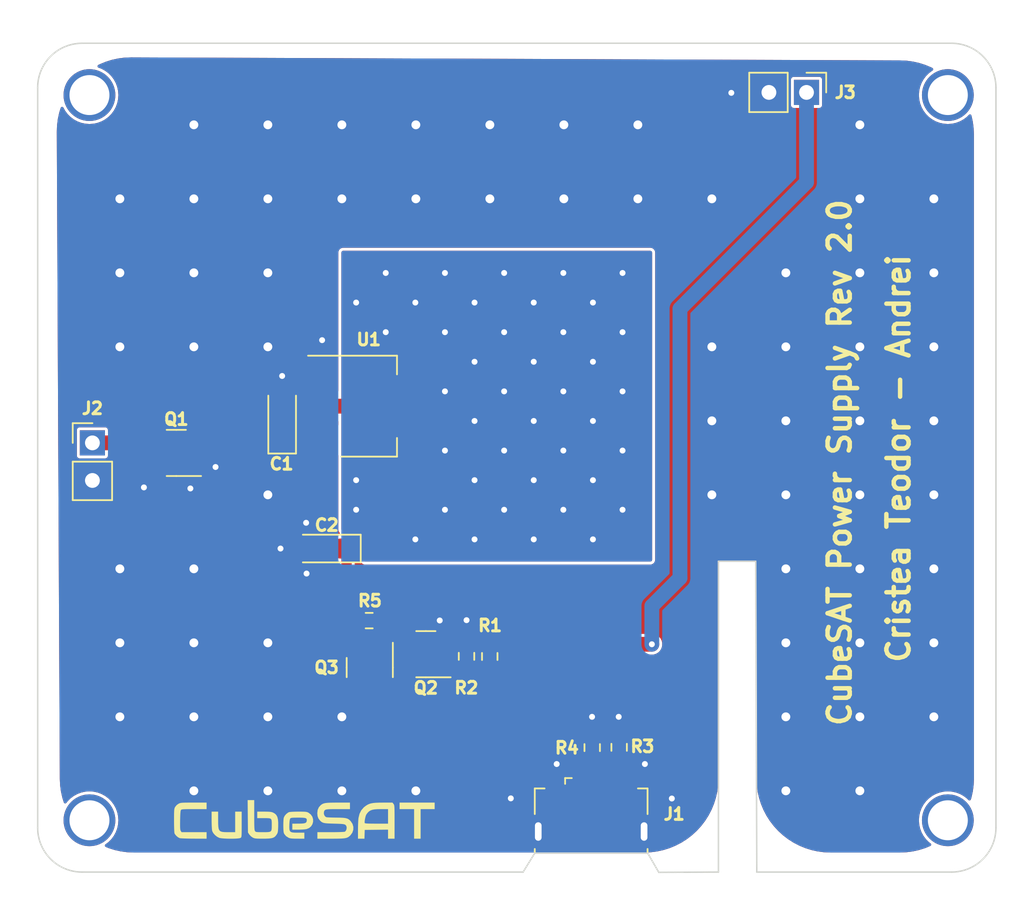
<source format=kicad_pcb>
(kicad_pcb (version 20221018) (generator pcbnew)
  (layers (0 "F.Cu" signal) (31 "B.Cu" signal) (34 "B.Paste" user) (35 "F.Paste" user) (36 "B.SilkS" user "B.Silkscreen") (37 "F.SilkS" user "F.Silkscreen") (38 "B.Mask" user) (39 "F.Mask" user) (44 "Edge.Cuts" user))
  (net 0 "")
  (net 1 "GND")
  (net 2 "Net-(J2-Pin_1)")
  (net 3 "Net-(Q1-S)")
  (net 4 "/COMMAND")
  (net 5 "Net-(Q3-S)")
  (net 6 "Net-(Q2-G)")
  (net 7 "Net-(Q2-D)")
  (net 8 "Net-(J1-VBUS)")
  (net 9 "Net-(J1-D-)")
  (net 10 "Net-(J1-D+)")
  (footprint "Package_TO_SOT_SMD:SOT-23" (layer "F.Cu") (at 127.8475 93 180)
    (fp_text reference "Q1" (at -0.0025 2.28) (layer "F.SilkS") (effects (font (size 0.8 0.8) (thickness 0.2) bold)))
    (fp_text value "AO3401A")
    (fp_line (start 0 -1.56) (end -1.675 -1.56) (stroke (width 0.12)) (layer "F.SilkS"))
    (fp_line (start 0 -1.56) (end 0.65 -1.56) (stroke (width 0.12)) (layer "F.SilkS"))
    (fp_line (start 0 1.56) (end -0.65 1.56) (stroke (width 0.12)) (layer "F.SilkS"))
    (fp_line (start 0 1.56) (end 0.65 1.56) (stroke (width 0.12)) (layer "F.SilkS"))
    (pad "1" smd roundrect (at -0.9375 -0.95 180) (size 1.475 0.6) (layers "F.Cu" "F.Paste" "F.Mask") (net 1 "GND"))
    (pad "2" smd roundrect (at -0.9375 0.95 180) (size 1.475 0.6) (layers "F.Cu" "F.Paste" "F.Mask") (net 3 "Net-(Q1-S)"))
    (pad "3" smd roundrect (at 0.9375 0 180) (size 1.475 0.6) (layers "F.Cu" "F.Paste" "F.Mask") (net 2 "Net-(J2-Pin_1)"))
  )
  (footprint "Resistor_SMD:R_0603_1608Metric" (layer "F.Cu") (at 155.95 112.91 -90)
    (fp_text reference "R4" (at 0.02 1.71) (layer "F.SilkS") (effects (font (size 0.8 0.8) (thickness 0.2) bold)))
    (fp_text value "100k")
    (fp_line (start -0.237258 -0.5225) (end 0.237258 -0.5225) (stroke (width 0.12)) (layer "F.SilkS"))
    (fp_line (start -0.237258 0.5225) (end 0.237258 0.5225) (stroke (width 0.12)) (layer "F.SilkS"))
    (pad "1" smd roundrect (at -0.825 0 270) (size 0.8 0.95) (layers "F.Cu" "F.Paste" "F.Mask") (net 1 "GND"))
    (pad "2" smd roundrect (at 0.825 0 270) (size 0.8 0.95) (layers "F.Cu" "F.Paste" "F.Mask") (net 9 "Net-(J1-D-)"))
  )
  (footprint "Connector_PinHeader_2.54mm:PinHeader_1x02_P2.54mm_Vertical" (layer "F.Cu") (at 122.18 92.32)
    (fp_text reference "J2" (at 0 -2.33) (layer "F.SilkS") (effects (font (size 0.8 0.8) (thickness 0.2) bold)))
    (fp_text value "Conn_01x02_Pin")
    (fp_line (start -1.33 -1.33) (end 0 -1.33) (stroke (width 0.12)) (layer "F.SilkS"))
    (fp_line (start -1.33 0) (end -1.33 -1.33) (stroke (width 0.12)) (layer "F.SilkS"))
    (fp_line (start -1.33 1.27) (end -1.33 3.87) (stroke (width 0.12)) (layer "F.SilkS"))
    (fp_line (start -1.33 1.27) (end 1.33 1.27) (stroke (width 0.12)) (layer "F.SilkS"))
    (fp_line (start -1.33 3.87) (end 1.33 3.87) (stroke (width 0.12)) (layer "F.SilkS"))
    (fp_line (start 1.33 1.27) (end 1.33 3.87) (stroke (width 0.12)) (layer "F.SilkS"))
    (pad "1" thru_hole rect (at 0 0) (size 1.7 1.7) (drill 1) (layers "*.Cu" "*.Mask") (net 2 "Net-(J2-Pin_1)"))
    (pad "2" thru_hole oval (at 0 2.54) (size 1.7 1.7) (drill 1) (layers "*.Cu" "*.Mask") (net 1 "GND"))
  )
  (footprint "MountingHole:MountingHole_2.7mm" (layer "F.Cu") (at 121.98 68.82)
    (fp_text reference "H1" hide)
    (fp_text value "MountingHole")
    (pad "" np_thru_hole circle (at 0 0) (size 3.5 3.5) (drill 2.7) (layers "F&B.Cu" "*.Mask"))
  )
  (footprint "Connector_PinHeader_2.54mm:PinHeader_1x02_P2.54mm_Vertical" (layer "F.Cu") (at 170.43 68.64 -90)
    (fp_text reference "J3" (at 0 -2.62 -180) (layer "F.SilkS") (effects (font (size 0.8 0.8) (thickness 0.2) bold)))
    (fp_text value "Conn_01x02_Pin")
    (fp_line (start -1.33 -1.33) (end 0 -1.33) (stroke (width 0.12)) (layer "F.SilkS"))
    (fp_line (start -1.33 0) (end -1.33 -1.33) (stroke (width 0.12)) (layer "F.SilkS"))
    (fp_line (start -1.33 1.27) (end -1.33 3.87) (stroke (width 0.12)) (layer "F.SilkS"))
    (fp_line (start -1.33 1.27) (end 1.33 1.27) (stroke (width 0.12)) (layer "F.SilkS"))
    (fp_line (start -1.33 3.87) (end 1.33 3.87) (stroke (width 0.12)) (layer "F.SilkS"))
    (fp_line (start 1.33 1.27) (end 1.33 3.87) (stroke (width 0.12)) (layer "F.SilkS"))
    (pad "1" thru_hole rect (at 0 0 270) (size 1.7 1.7) (drill 1) (layers "*.Cu" "*.Mask") (net 4 "/COMMAND"))
    (pad "2" thru_hole oval (at 0 2.54 270) (size 1.7 1.7) (drill 1) (layers "*.Cu" "*.Mask") (net 1 "GND"))
  )
  (footprint "Resistor_SMD:R_0603_1608Metric" (layer "F.Cu") (at 157.77 112.89 -90)
    (fp_text reference "R3" (at -0.06 -1.57 -180) (layer "F.SilkS") (effects (font (size 0.8 0.8) (thickness 0.2) bold)))
    (fp_text value "100k")
    (fp_line (start -0.237258 -0.5225) (end 0.237258 -0.5225) (stroke (width 0.12)) (layer "F.SilkS"))
    (fp_line (start -0.237258 0.5225) (end 0.237258 0.5225) (stroke (width 0.12)) (layer "F.SilkS"))
    (pad "1" smd roundrect (at -0.825 0 270) (size 0.8 0.95) (layers "F.Cu" "F.Paste" "F.Mask") (net 1 "GND"))
    (pad "2" smd roundrect (at 0.825 0 270) (size 0.8 0.95) (layers "F.Cu" "F.Paste" "F.Mask") (net 10 "Net-(J1-D+)"))
  )
  (footprint "Package_TO_SOT_SMD:SOT-223-3_TabPin2" (layer "F.Cu") (at 140.85 89.84)
    (fp_text reference "U1" (at 0 -4.5) (layer "F.SilkS") (effects (font (size 0.8 0.8) (thickness 0.2) bold)))
    (fp_text value "LM1117MP-5.0")
    (fp_line (start -4.1 -3.41) (end 1.91 -3.41) (stroke (width 0.12)) (layer "F.SilkS"))
    (fp_line (start -1.85 3.41) (end 1.91 3.41) (stroke (width 0.12)) (layer "F.SilkS"))
    (fp_line (start 1.91 -3.41) (end 1.91 -2.15) (stroke (width 0.12)) (layer "F.SilkS"))
    (fp_line (start 1.91 3.41) (end 1.91 2.15) (stroke (width 0.12)) (layer "F.SilkS"))
    (pad "1" smd rect (at -3.15 -2.3) (size 2 1.5) (layers "F.Cu" "F.Paste" "F.Mask") (net 1 "GND"))
    (pad "2" smd rect (at -3.15 0) (size 2 1.5) (layers "F.Cu" "F.Paste" "F.Mask") (net 5 "Net-(Q3-S)"))
    (pad "2" smd rect (at 3.15 0) (size 2 3.8) (layers "F.Cu" "F.Paste" "F.Mask") (net 5 "Net-(Q3-S)"))
    (pad "3" smd rect (at -3.15 2.3) (size 2 1.5) (layers "F.Cu" "F.Paste" "F.Mask") (net 3 "Net-(Q1-S)"))
  )
  (footprint "MountingHole:MountingHole_2.7mm" (layer "F.Cu") (at 121.98 117.82)
    (fp_text reference "H4" hide)
    (fp_text value "MountingHole")
    (pad "" np_thru_hole circle (at 0 0) (size 3.5 3.5) (drill 2.7) (layers "F&B.Cu" "*.Mask"))
  )
  (footprint "Resistor_SMD:R_0603_1608Metric" (layer "F.Cu") (at 149.0275 106.7525 90)
    (fp_text reference "R1" (at 2.09 0.02 180) (layer "F.SilkS") (effects (font (size 0.8 0.8) (thickness 0.2) bold)))
    (fp_text value "1k")
    (fp_line (start -0.237258 -0.5225) (end 0.237258 -0.5225) (stroke (width 0.12)) (layer "F.SilkS"))
    (fp_line (start -0.237258 0.5225) (end 0.237258 0.5225) (stroke (width 0.12)) (layer "F.SilkS"))
    (pad "1" smd roundrect (at -0.825 0 90) (size 0.8 0.95) (layers "F.Cu" "F.Paste" "F.Mask") (net 6 "Net-(Q2-G)"))
    (pad "2" smd roundrect (at 0.825 0 90) (size 0.8 0.95) (layers "F.Cu" "F.Paste" "F.Mask") (net 4 "/COMMAND"))
  )
  (footprint "MountingHole:MountingHole_2.7mm" (layer "F.Cu") (at 179.98 117.82)
    (fp_text reference "H3" hide)
    (fp_text value "MountingHole")
    (pad "" np_thru_hole circle (at 0 0) (size 3.5 3.5) (drill 2.7) (layers "F&B.Cu" "*.Mask"))
  )
  (footprint "Capacitor_Tantalum_SMD:CP_EIA-3216-18_Kemet-A" (layer "F.Cu") (at 138 99.46 180)
    (fp_text reference "C2" (at -0.01 1.58 180) (layer "F.SilkS") (effects (font (size 0.8 0.8) (thickness 0.2) bold)))
    (fp_text value "10uF")
    (fp_line (start -2.31 -0.935) (end -2.31 0.935) (stroke (width 0.12)) (layer "F.SilkS"))
    (fp_line (start -2.31 0.935) (end 1.6 0.935) (stroke (width 0.12)) (layer "F.SilkS"))
    (fp_line (start 1.6 -0.935) (end -2.31 -0.935) (stroke (width 0.12)) (layer "F.SilkS"))
    (pad "1" smd roundrect (at -1.35 0 180) (size 1.4 1.35) (layers "F.Cu" "F.Paste" "F.Mask") (roundrect_rratio 0.1851851852) (net 5 "Net-(Q3-S)"))
    (pad "2" smd roundrect (at 1.35 0 180) (size 1.4 1.35) (layers "F.Cu" "F.Paste" "F.Mask") (roundrect_rratio 0.1851851852) (net 1 "GND"))
  )
  (footprint "Connector_USB:USB_Micro-B_GCT_USB3076-30-A" (layer "F.Cu") (at 155.88 117.38)
    (fp_text reference "J1" (at 5.61 0.02) (layer "F.SilkS") (effects (font (size 0.8 0.8) (thickness 0.2) bold)))
    (fp_text value "USB_B_Micro")
    (fp_line (start -3.81 -1.71) (end -3.15 -1.71) (stroke (width 0.12)) (layer "F.SilkS"))
    (fp_line (start -3.81 0.02) (end -3.81 -1.71) (stroke (width 0.12)) (layer "F.SilkS"))
    (fp_line (start -3.81 2.59) (end -3.81 2.38) (stroke (width 0.12)) (layer "F.SilkS"))
    (fp_line (start -1.76 -2.41) (end -1.76 -2.02) (stroke (width 0.12)) (layer "F.SilkS"))
    (fp_line (start -1.76 -2.41) (end -1.31 -2.41) (stroke (width 0.12)) (layer "F.SilkS"))
    (fp_line (start 3.81 -1.71) (end 3.16 -1.71) (stroke (width 0.12)) (layer "F.SilkS"))
    (fp_line (start 3.81 0.02) (end 3.81 -1.71) (stroke (width 0.12)) (layer "F.SilkS"))
    (fp_line (start 3.81 2.59) (end 3.81 2.38) (stroke (width 0.12)) (layer "F.SilkS"))
    (pad "1" smd rect (at -1.3 -1.45) (size 0.4 1.4) (layers "F.Cu" "F.Paste" "F.Mask") (net 8 "Net-(J1-VBUS)"))
    (pad "2" smd rect (at -0.65 -1.45) (size 0.4 1.4) (layers "F.Cu" "F.Paste" "F.Mask") (net 9 "Net-(J1-D-)"))
    (pad "3" smd rect (at 0 -1.45) (size 0.4 1.4) (layers "F.Cu" "F.Paste" "F.Mask") (net 10 "Net-(J1-D+)"))
    (pad "4" smd rect (at 0.65 -1.45) (size 0.4 1.4) (layers "F.Cu" "F.Paste" "F.Mask"))
    (pad "5" smd rect (at 1.3 -1.45) (size 0.4 1.4) (layers "F.Cu" "F.Paste" "F.Mask") (net 1 "GND"))
    (pad "6" thru_hole oval (at -3.575 1.2 180) (size 1.05 1.9) (drill oval 0.45 1.25) (layers "*.Cu" "*.Mask") (net 1 "GND"))
    (pad "6" smd rect (at -2.32 -1.03) (size 1.15 1.45) (layers "F.Cu" "F.Paste" "F.Mask") (net 1 "GND"))
    (pad "6" smd rect (at -1.125 1.2) (size 1.75 1.9) (layers "F.Cu" "F.Paste" "F.Mask") (net 1 "GND"))
    (pad "6" smd rect (at 1.125 1.2) (size 1.75 1.9) (layers "F.Cu" "F.Paste" "F.Mask") (net 1 "GND"))
    (pad "6" smd rect (at 2.32 -1.03) (size 1.15 1.45) (layers "F.Cu" "F.Paste" "F.Mask") (net 1 "GND"))
    (pad "6" thru_hole oval (at 3.575 1.2) (size 1.05 1.9) (drill oval 0.45 1.25) (layers "*.Cu" "*.Mask") (net 1 "GND"))
  )
  (footprint "Package_TO_SOT_SMD:SOT-23" (layer "F.Cu") (at 140.92 107.5 -90)
    (fp_text reference "Q3" (at 0 2.92 180) (layer "F.SilkS") (effects (font (size 0.8 0.8) (thickness 0.2) bold)))
    (fp_text value "IRLML6402")
    (fp_line (start 0 -1.56) (end -1.675 -1.56) (stroke (width 0.12)) (layer "F.SilkS"))
    (fp_line (start 0 -1.56) (end 0.65 -1.56) (stroke (width 0.12)) (layer "F.SilkS"))
    (fp_line (start 0 1.56) (end -0.65 1.56) (stroke (width 0.12)) (layer "F.SilkS"))
    (fp_line (start 0 1.56) (end 0.65 1.56) (stroke (width 0.12)) (layer "F.SilkS"))
    (pad "1" smd roundrect (at -0.9375 -0.95 270) (size 1.475 0.6) (layers "F.Cu" "F.Paste" "F.Mask") (net 7 "Net-(Q2-D)"))
    (pad "2" smd roundrect (at -0.9375 0.95 270) (size 1.475 0.6) (layers "F.Cu" "F.Paste" "F.Mask") (net 5 "Net-(Q3-S)"))
    (pad "3" smd roundrect (at 0.9375 0 270) (size 1.475 0.6) (layers "F.Cu" "F.Paste" "F.Mask") (net 8 "Net-(J1-VBUS)"))
  )
  (footprint "Capacitor_Tantalum_SMD:CP_EIA-3216-18_Kemet-A" (layer "F.Cu") (at 135 90.73 90)
    (fp_text reference "C1" (at -3.01 -0.04) (layer "F.SilkS") (effects (font (size 0.8 0.8) (thickness 0.2) bold)))
    (fp_text value "10uF")
    (fp_line (start -2.31 -0.935) (end -2.31 0.935) (stroke (width 0.12)) (layer "F.SilkS"))
    (fp_line (start -2.31 0.935) (end 1.6 0.935) (stroke (width 0.12)) (layer "F.SilkS"))
    (fp_line (start 1.6 -0.935) (end -2.31 -0.935) (stroke (width 0.12)) (layer "F.SilkS"))
    (pad "1" smd roundrect (at -1.35 0 90) (size 1.4 1.35) (layers "F.Cu" "F.Paste" "F.Mask") (roundrect_rratio 0.1851851852) (net 3 "Net-(Q1-S)"))
    (pad "2" smd roundrect (at 1.35 0 90) (size 1.4 1.35) (layers "F.Cu" "F.Paste" "F.Mask") (roundrect_rratio 0.1851851852) (net 1 "GND"))
  )
  (footprint "MountingHole:MountingHole_2.7mm" (layer "F.Cu") (at 179.98 68.82)
    (fp_text reference "H2" hide)
    (fp_text value "MountingHole")
    (pad "" np_thru_hole circle (at 0 0) (size 3.5 3.5) (drill 2.7) (layers "F&B.Cu" "*.Mask"))
  )
  (footprint "Resistor_SMD:R_0603_1608Metric" (layer "F.Cu") (at 147.4575 106.7425 90)
    (fp_text reference "R2" (at -2.13 -0.01 180) (layer "F.SilkS") (effects (font (size 0.8 0.8) (thickness 0.2) bold)))
    (fp_text value "100k")
    (fp_line (start -0.237258 -0.5225) (end 0.237258 -0.5225) (stroke (width 0.12)) (layer "F.SilkS"))
    (fp_line (start -0.237258 0.5225) (end 0.237258 0.5225) (stroke (width 0.12)) (layer "F.SilkS"))
    (pad "1" smd roundrect (at -0.825 0 90) (size 0.8 0.95) (layers "F.Cu" "F.Paste" "F.Mask") (net 6 "Net-(Q2-G)"))
    (pad "2" smd roundrect (at 0.825 0 90) (size 0.8 0.95) (layers "F.Cu" "F.Paste" "F.Mask") (net 1 "GND"))
  )
  (footprint "Resistor_SMD:R_0603_1608Metric" (layer "F.Cu") (at 140.88 104.33 180)
    (fp_text reference "R5" (at -0.05 1.34) (layer "F.SilkS") (effects (font (size 0.8 0.8) (thickness 0.2) bold)))
    (fp_text value "100k")
    (fp_line (start -0.237258 -0.5225) (end 0.237258 -0.5225) (stroke (width 0.12)) (layer "F.SilkS"))
    (fp_line (start -0.237258 0.5225) (end 0.237258 0.5225) (stroke (width 0.12)) (layer "F.SilkS"))
    (pad "1" smd roundrect (at -0.825 0 180) (size 0.8 0.95) (layers "F.Cu" "F.Paste" "F.Mask") (net 7 "Net-(Q2-D)"))
    (pad "2" smd roundrect (at 0.825 0 180) (size 0.8 0.95) (layers "F.Cu" "F.Paste" "F.Mask") (net 5 "Net-(Q3-S)"))
  )
  (footprint "Logo:Logo" (layer "F.Cu") (at 136.5 117.71)
    (fp_text reference "G***" hide)
    (fp_text value "LOGO" hide)
    (fp_poly (pts (xy 8.805334 -0.8636) (xy 8.805334 -0.643467) (xy 8.3312 -0.643467) (xy 7.857067 -0.643467) (xy 7.857067 0.3556) (xy 7.857067 1.354667) (xy 7.636934 1.354667) (xy 7.4168 1.354667) (xy 7.4168 0.3556) (xy 7.4168 -0.643467) (xy 6.925734 -0.643467) (xy 6.434667 -0.643467) (xy 6.434667 -0.8636) (xy 6.434667 -1.083733) (xy 7.62 -1.083733) (xy 8.805334 -1.083733)) (fill solid) (layer "F.SilkS"))
    (fp_poly (pts (xy -5.825067 0.087908) (xy -5.823319 0.345181) (xy -5.81353 0.54264) (xy -5.788878 0.688195) (xy -5.742541 0.789755) (xy -5.6677 0.855229) (xy -5.557533 0.892525) (xy -5.405219 0.909553) (xy -5.203937 0.914222) (xy -5.112273 0.9144) (xy -4.6736 0.9144) (xy -4.6736 0.220134) (xy -4.6736 -0.474133) (xy -4.453466 -0.474133) (xy -4.233333 -0.474133) (xy -4.233333 0.387546) (xy -4.23348 0.651057) (xy -4.234372 0.855069) (xy -4.236688 1.007816) (xy -4.241105 1.117532) (xy -4.2483 1.192451) (xy -4.258953 1.240807) (xy -4.27374 1.270834) (xy -4.293339 1.290767) (xy -4.308602 1.301946) (xy -4.374164 1.323161) (xy -4.493777 1.339145) (xy -4.653966 1.349942) (xy -4.841255 1.355598) (xy -5.042168 1.356156) (xy -5.24323 1.351661) (xy -5.430964 1.342158) (xy -5.591894 1.327692) (xy -5.712545 1.308307) (xy -5.752471 1.297169) (xy -5.899835 1.22131) (xy -6.039807 1.108289) (xy -6.153893 0.976297) (xy -6.223598 0.843523) (xy -6.22774 0.829733) (xy -6.240185 0.750739) (xy -6.250886 0.618575) (xy -6.259086 0.447798) (xy -6.264028 0.252965) (xy -6.265144 0.110067) (xy -6.265333 -0.474133) (xy -6.0452 -0.474133) (xy -5.825067 -0.474133)) (fill solid) (layer "F.SilkS"))
    (fp_poly (pts (xy -6.604 -0.8636) (xy -6.604 -0.643467) (xy -7.44652 -0.643467) (xy -7.710598 -0.643025) (xy -7.915046 -0.641362) (xy -8.067959 -0.637968) (xy -8.177438 -0.632333) (xy -8.251579 -0.623948) (xy -8.298482 -0.612304) (xy -8.326243 -0.596892) (xy -8.33552 -0.587562) (xy -8.353402 -0.547661) (xy -8.367337 -0.471269) (xy -8.377932 -0.350982) (xy -8.385792 -0.179395) (xy -8.391523 0.050896) (xy -8.392547 0.109474) (xy -8.395543 0.340849) (xy -8.395467 0.514392) (xy -8.391731 0.639958) (xy -8.383747 0.727402) (xy -8.370928 0.786579) (xy -8.352687 0.827346) (xy -8.349433 0.832503) (xy -8.295772 0.9144) (xy -7.449886 0.9144) (xy -6.604 0.9144) (xy -6.604 1.134533) (xy -6.604 1.354667) (xy -7.459133 1.351612) (xy -7.699145 1.349556) (xy -7.921856 1.345389) (xy -8.116664 1.339488) (xy -8.272963 1.332232) (xy -8.380152 1.323996) (xy -8.422124 1.31735) (xy -8.533889 1.260855) (xy -8.648305 1.16598) (xy -8.740141 1.056075) (xy -8.774417 0.991307) (xy -8.783251 0.934972) (xy -8.791052 0.821668) (xy -8.797443 0.662154) (xy -8.802048 0.467191) (xy -8.804489 0.247539) (xy -8.804776 0.124795) (xy -8.804303 -0.12689) (xy -8.802757 -0.320426) (xy -8.799342 -0.465395) (xy -8.793264 -0.571379) (xy -8.783726 -0.647962) (xy -8.769934 -0.704727) (xy -8.751092 -0.751255) (xy -8.728576 -0.793326) (xy -8.622172 -0.922073) (xy -8.503673 -1.004992) (xy -8.455949 -1.028954) (xy -8.408746 -1.047487) (xy -8.353003 -1.061288) (xy -8.279659 -1.071053) (xy -8.179651 -1.07748) (xy -8.043919 -1.081264) (xy -7.8634 -1.083101) (xy -7.629034 -1.08369) (xy -7.479206 -1.083733) (xy -6.604 -1.083733)) (fill solid) (layer "F.SilkS"))
    (fp_poly (pts (xy 6.025809 -0.994499) (xy 6.04486 -0.967921) (xy 6.060112 -0.93693) (xy 6.071989 -0.894204) (xy 6.08091 -0.832421) (xy 6.087299 -0.744258) (xy 6.091575 -0.622394) (xy 6.094161 -0.459506) (xy 6.095479 -0.248273) (xy 6.095949 0.018628) (xy 6.096 0.224701) (xy 6.096 1.354667) (xy 5.875867 1.354667) (xy 5.655733 1.354667) (xy 5.655733 1.049243) (xy 5.655733 0.743818) (xy 4.868333 0.752909) (xy 4.080933 0.762) (xy 4.071148 1.058333) (xy 4.061363 1.354667) (xy 3.842548 1.354667) (xy 3.623733 1.354667) (xy 3.624404 0.770467) (xy 3.626627 0.557905) (xy 3.632331 0.350059) (xy 3.635656 0.277044) (xy 4.074489 0.277044) (xy 4.078279 0.29316) (xy 4.096903 0.308285) (xy 4.144494 0.319838) (xy 4.228248 0.328232) (xy 4.355363 0.333877) (xy 4.533038 0.337184) (xy 4.768471 0.338563) (xy 4.875737 0.338667) (xy 5.655733 0.338667) (xy 5.655733 -0.1524) (xy 5.655733 -0.643467) (xy 5.185858 -0.643467) (xy 4.935554 -0.639112) (xy 4.740832 -0.624276) (xy 4.589995 -0.596297) (xy 4.471346 -0.552515) (xy 4.373186 -0.490269) (xy 4.323923 -0.447418) (xy 4.244835 -0.359317) (xy 4.181436 -0.267503) (xy 4.17717 -0.259624) (xy 4.144396 -0.17335) (xy 4.113696 -0.053938) (xy 4.089116 0.076004) (xy 4.074698 0.193867) (xy 4.074489 0.277044) (xy 3.635656 0.277044) (xy 3.640787 0.164384) (xy 3.651269 0.018336) (xy 3.658345 -0.043827) (xy 3.726241 -0.32431) (xy 3.844085 -0.561086) (xy 4.015012 -0.759404) (xy 4.149397 -0.865608) (xy 4.261161 -0.935929) (xy 4.373693 -0.9897) (xy 4.498243 -1.029007) (xy 4.646061 -1.055937) (xy 4.828398 -1.072578) (xy 5.056502 -1.081015) (xy 5.323075 -1.083331) (xy 5.955617 -1.083733)) (fill solid) (layer "F.SilkS"))
    (fp_poly (pts (xy -3.386667 -0.244602) (xy -3.386224 0.05051) (xy -3.384654 0.285307) (xy -3.381598 0.467202) (xy -3.376694 0.603608) (xy -3.369582 0.70194) (xy -3.359901 0.769612) (xy -3.347291 0.814036) (xy -3.333946 0.839131) (xy -3.309849 0.868641) (xy -3.278242 0.88923) (xy -3.227648 0.902499) (xy -3.146589 0.910047) (xy -3.02359 0.913474) (xy -2.847174 0.91438) (xy -2.794 0.9144) (xy -2.580889 0.91364) (xy -2.426162 0.906274) (xy -2.320477 0.884675) (xy -2.254493 0.841217) (xy -2.218868 0.768272) (xy -2.204261 0.658212) (xy -2.201329 0.503411) (xy -2.201333 0.430505) (xy -2.201761 0.25477) (xy -2.20964 0.130055) (xy -2.234864 0.047626) (xy -2.287328 -0.001248) (xy -2.376926 -0.0253) (xy -2.513552 -0.033265) (xy -2.707101 -0.033874) (xy -2.727458 -0.033866) (xy -3.183467 -0.033866) (xy -3.183467 -0.254) (xy -3.183467 -0.474133) (xy -2.7178 -0.473389) (xy -2.515803 -0.471376) (xy -2.36754 -0.465105) (xy -2.259068 -0.453109) (xy -2.176446 -0.433925) (xy -2.114005 -0.409911) (xy -1.985994 -0.336104) (xy -1.890446 -0.240781) (xy -1.824085 -0.115066) (xy -1.783636 0.049916) (xy -1.765821 0.263041) (xy -1.767243 0.529537) (xy -1.774154 0.706357) (xy -1.783165 0.831082) (xy -1.797318 0.919346) (xy -1.819652 0.98678) (xy -1.853207 1.049017) (xy -1.874783 1.082529) (xy -1.943291 1.173844) (xy -2.01859 1.242442) (xy -2.111247 1.291441) (xy -2.231831 1.323962) (xy -2.390907 1.343124) (xy -2.599045 1.352047) (xy -2.794 1.353896) (xy -3.002608 1.353344) (xy -3.156291 1.35016) (xy -3.267848 1.343008) (xy -3.350073 1.330553) (xy -3.415765 1.311457) (xy -3.47772 1.284385) (xy -3.482568 1.281998) (xy -3.61218 1.192584) (xy -3.718012 1.075341) (xy -3.719634 1.07291) (xy -3.81 0.936437) (xy -3.82059 -0.158315) (xy -3.831181 -1.253066) (xy -3.608924 -1.253066) (xy -3.386667 -1.253066)) (fill solid) (layer "F.SilkS"))
    (fp_poly (pts (xy -0.187966 -0.47269) (xy -0.035556 -0.469593) (xy 0.073877 -0.462894) (xy 0.15271 -0.451201) (xy 0.213319 -0.433125) (xy 0.268078 -0.407273) (xy 0.286865 -0.39686) (xy 0.438401 -0.277944) (xy 0.538872 -0.130219) (xy 0.589885 0.034553) (xy 0.593047 0.20461) (xy 0.549964 0.368192) (xy 0.462243 0.513537) (xy 0.331491 0.628882) (xy 0.159314 0.702468) (xy 0.135935 0.707936) (xy 0.02931 0.723302) (xy -0.122369 0.735569) (xy -0.296443 0.743236) (xy -0.425 0.745067) (xy -0.8128 0.745067) (xy -0.8128 0.541867) (xy -0.8128 0.338667) (xy -0.414866 0.338168) (xy -0.204032 0.334601) (xy -0.05136 0.322334) (xy 0.052504 0.298101) (xy 0.116913 0.258634) (xy 0.15122 0.200669) (xy 0.163533 0.136189) (xy 0.165018 0.063391) (xy 0.147669 0.010172) (xy 0.102793 -0.026479) (xy 0.021696 -0.049569) (xy -0.104317 -0.062107) (xy -0.283939 -0.067103) (xy -0.425659 -0.067733) (xy -0.620945 -0.066622) (xy -0.759486 -0.062512) (xy -0.852247 -0.054241) (xy -0.910191 -0.040644) (xy -0.944283 -0.020558) (xy -0.952586 -0.011807) (xy -0.979676 0.05739) (xy -0.999554 0.187659) (xy -1.01085 0.362138) (xy -1.016393 0.572516) (xy -1.009089 0.725382) (xy -0.979967 0.829914) (xy -0.920054 0.895289) (xy -0.820377 0.930686) (xy -0.671965 0.945282) (xy -0.465845 0.948255) (xy -0.437847 0.948267) (xy 0 0.948267) (xy 0 1.151467) (xy 0 1.354667) (xy -0.465666 1.353923) (xy -0.667348 1.351926) (xy -0.8152 1.345707) (xy -0.923073 1.33381) (xy -1.004813 1.314777) (xy -1.0668 1.290657) (xy -1.23834 1.18074) (xy -1.356039 1.036478) (xy -1.386277 0.971462) (xy -1.402012 0.892948) (xy -1.413106 0.764203) (xy -1.419521 0.602574) (xy -1.421214 0.425409) (xy -1.418148 0.250053) (xy -1.410281 0.093853) (xy -1.397575 -0.025844) (xy -1.388675 -0.069235) (xy -1.327841 -0.1923) (xy -1.224881 -0.312911) (xy -1.102051 -0.407574) (xy -1.039195 -0.438189) (xy -0.972403 -0.450695) (xy -0.851496 -0.461172) (xy -0.690079 -0.468873) (xy -0.501759 -0.473048) (xy -0.395728 -0.473576)) (fill solid) (layer "F.SilkS"))
    (fp_poly (pts (xy 3.081867 -0.8636) (xy 3.081867 -0.643467) (xy 2.27554 -0.643467) (xy 2.005919 -0.643041) (xy 1.795958 -0.640679) (xy 1.637584 -0.634748) (xy 1.522723 -0.623618) (xy 1.443302 -0.605658) (xy 1.391248 -0.579238) (xy 1.358489 -0.542725) (xy 1.336951 -0.494491) (xy 1.323747 -0.451197) (xy 1.317364 -0.332436) (xy 1.355445 -0.217685) (xy 1.427138 -0.130017) (xy 1.490134 -0.097485) (xy 1.551042 -0.089695) (xy 1.666683 -0.082543) (xy 1.824055 -0.07655) (xy 2.010157 -0.072235) (xy 2.167467 -0.070365) (xy 2.420976 -0.066474) (xy 2.617788 -0.056886) (xy 2.76888 -0.038772) (xy 2.885228 -0.009307) (xy 2.977807 0.034337) (xy 3.057594 0.094987) (xy 3.135565 0.17547) (xy 3.139577 0.180025) (xy 3.255894 0.359404) (xy 3.311639 0.555094) (xy 3.307284 0.754882) (xy 3.243304 0.946554) (xy 3.120172 1.117896) (xy 3.102537 1.13546) (xy 3.035677 1.196314) (xy 2.96965 1.244771) (xy 2.89601 1.282232) (xy 2.806309 1.310102) (xy 2.6921 1.329781) (xy 2.544937 1.342674) (xy 2.356372 1.350183) (xy 2.117958 1.353711) (xy 1.821249 1.35466) (xy 1.782538 1.354667) (xy 0.880534 1.354667) (xy 0.880534 1.134533) (xy 0.880534 0.9144) (xy 1.780227 0.9144) (xy 2.048694 0.913139) (xy 2.284088 0.90953) (xy 2.478928 0.903834) (xy 2.625734 0.896313) (xy 2.717026 0.887227) (xy 2.742714 0.880793) (xy 2.806479 0.814205) (xy 2.849091 0.71036) (xy 2.861435 0.598655) (xy 2.849345 0.536887) (xy 2.824147 0.478839) (xy 2.792465 0.434539) (xy 2.745295 0.401836) (xy 2.673636 0.378583) (xy 2.568486 0.362627) (xy 2.420842 0.351821) (xy 2.221702 0.344014) (xy 2.018392 0.338462) (xy 1.766282 0.331205) (xy 1.571538 0.322152) (xy 1.423798 0.308907) (xy 1.312697 0.289074) (xy 1.227872 0.260256) (xy 1.158959 0.220058) (xy 1.095595 0.166084) (xy 1.043555 0.11309) (xy 0.946419 -0.018798) (xy 0.892236 -0.171962) (xy 0.874296 -0.365826) (xy 0.874229 -0.377211) (xy 0.900713 -0.594988) (xy 0.982519 -0.775355) (xy 1.106989 -0.910785) (xy 1.174879 -0.96205) (xy 1.245617 -1.002167) (xy 1.328294 -1.032474) (xy 1.432001 -1.05431) (xy 1.565829 -1.069013) (xy 1.73887 -1.077923) (xy 1.960216 -1.082379) (xy 2.238958 -1.083718) (xy 2.281463 -1.083733) (xy 3.081867 -1.083733)) (fill solid) (layer "F.SilkS"))
  )
  (footprint "Package_TO_SOT_SMD:SOT-23" (layer "F.Cu") (at 144.71 106.6 180)
    (fp_text reference "Q2" (at 0 -2.28) (layer "F.SilkS") (effects (font (size 0.8 0.8) (thickness 0.2) bold)))
    (fp_text value "2N7002")
    (fp_line (start 0 -1.56) (end -1.675 -1.56) (stroke (width 0.12)) (layer "F.SilkS"))
    (fp_line (start 0 -1.56) (end 0.65 -1.56) (stroke (width 0.12)) (layer "F.SilkS"))
    (fp_line (start 0 1.56) (end -0.65 1.56) (stroke (width 0.12)) (layer "F.SilkS"))
    (fp_line (start 0 1.56) (end 0.65 1.56) (stroke (width 0.12)) (layer "F.SilkS"))
    (pad "1" smd roundrect (at -0.9375 -0.95 180) (size 1.475 0.6) (layers "F.Cu" "F.Paste" "F.Mask") (net 6 "Net-(Q2-G)"))
    (pad "2" smd roundrect (at -0.9375 0.95 180) (size 1.475 0.6) (layers "F.Cu" "F.Paste" "F.Mask") (net 1 "GND"))
    (pad "3" smd roundrect (at 0.9375 0 180) (size 1.475 0.6) (layers "F.Cu" "F.Paste" "F.Mask") (net 7 "Net-(Q2-D)"))
  )
  (gr_line (start 164.48 100.32) (end 167 100.32) (stroke (width 0.1)) (layer "Edge.Cuts"))
  (gr_line (start 164.48 100.32) (end 164.48 121.32) (stroke (width 0.1)) (layer "Edge.Cuts"))
  (gr_line (start 121.48 121.32) (end 151.28 121.32) (stroke (width 0.1)) (layer "Edge.Cuts"))
  (gr_line (start 183.23 68.32) (end 183.23 118.32) (stroke (width 0.1)) (layer "Edge.Cuts"))
  (gr_line (start 160.45 121.34) (end 164.48 121.32) (stroke (width 0.1)) (layer "Edge.Cuts"))
  (gr_line (start 180.23 121.32) (end 167.07 121.32) (stroke (width 0.1)) (layer "Edge.Cuts"))
  (gr_line (start 151.28 121.32) (end 152.07 120.04) (stroke (width 0.1)) (layer "Edge.Cuts"))
  (gr_arc (start 118.48 68.32) (mid 119.35868 66.19868) (end 121.48 65.32) (stroke (width 0.1)) (layer "Edge.Cuts"))
  (gr_line (start 121.48 65.32) (end 180.23 65.32) (stroke (width 0.1)) (layer "Edge.Cuts"))
  (gr_line (start 167 100.32) (end 167.07 121.32) (stroke (width 0.1)) (layer "Edge.Cuts"))
  (gr_arc (start 121.48 121.32) (mid 119.35868 120.44132) (end 118.48 118.32) (stroke (width 0.1)) (layer "Edge.Cuts"))
  (gr_arc (start 180.23 65.32) (mid 182.35132 66.19868) (end 183.23 68.32) (stroke (width 0.1)) (layer "Edge.Cuts"))
  (gr_line (start 152.07 120.04) (end 159.7 120.04) (stroke (width 0.1)) (layer "Edge.Cuts"))
  (gr_line (start 118.48 118.32) (end 118.48 68.32) (stroke (width 0.1)) (layer "Edge.Cuts"))
  (gr_arc (start 183.23 118.32) (mid 182.351318 120.441308) (end 180.23 121.32) (stroke (width 0.1)) (layer "Edge.Cuts"))
  (gr_line (start 159.7 120.04) (end 160.45 121.34) (stroke (width 0.1)) (layer "Edge.Cuts"))
  (gr_text "Cristea Teodor - Andrei" (at 177.525 107.325 90) (layer "F.SilkS") (effects (font (size 1.5 1.5) (thickness 0.3) bold) (justify left bottom)))
  (gr_text "CubeSAT Power Supply Rev 2.0" (at 173.55 111.6 90) (layer "F.SilkS") (effects (font (size 1.5 1.5) (thickness 0.3) bold) (justify left bottom)))
  (segment (start 157.518528 114.81) (end 157.18 115.148528) (width 0.4) (layer "F.Cu") (net 1))
  (segment (start 157.77 110.86) (end 157.74 110.83) (width 0.5) (layer "F.Cu") (net 1))
  (segment (start 153.56 116.35) (end 153.56 114.03) (width 0.5) (layer "F.Cu") (net 1))
  (segment (start 159.51 114.02) (end 159.51 114.52) (width 0.4) (layer "F.Cu") (net 1))
  (segment (start 159.51 114.52) (end 159.22 114.81) (width 0.4) (layer "F.Cu") (net 1))
  (segment (start 157.78 115.93) (end 158.2 116.35) (width 0.5) (layer "F.Cu") (net 1))
  (segment (start 136.65 99.46) (end 134.89 99.46) (width 0.5) (layer "F.Cu") (net 1))
  (segment (start 165.35 68.67) (end 165.38 68.64) (width 0.7) (layer "F.Cu") (net 1))
  (segment (start 128.785 93.95) (end 130.5 93.95) (width 0.7) (layer "F.Cu") (net 1))
  (segment (start 159.22 114.81) (end 157.518528 114.81) (width 0.4) (layer "F.Cu") (net 1))
  (segment (start 155.95 112.085) (end 155.95 110.84) (width 0.5) (layer "F.Cu") (net 1))
  (segment (start 153.56 117.385) (end 154.755 118.58) (width 0.5) (layer "F.Cu") (net 1))
  (segment (start 157.18 118.405) (end 157.005 118.58) (width 0.4) (layer "F.Cu") (net 1))
  (segment (start 122.18 94.86) (end 125.19 94.86) (width 0.7) (layer "F.Cu") (net 1))
  (segment (start 157.005 118.58) (end 157.06 118.58) (width 0.4) (layer "F.Cu") (net 1))
  (segment (start 136.65 97.75) (end 136.62 97.72) (width 0.5) (layer "F.Cu") (net 1))
  (segment (start 158.2 117.44) (end 158.2 116.35) (width 0.4) (layer "F.Cu") (net 1))
  (segment (start 153.56 116.35) (end 153.56 117.385) (width 0.5) (layer "F.Cu") (net 1))
  (segment (start 157.18 115.148528) (end 157.18 115.93) (width 0.4) (layer "F.Cu") (net 1))
  (segment (start 145.6475 105.65) (end 145.6475 104.32) (width 0.5) (layer "F.Cu") (net 1))
  (segment (start 158.2 116.35) (end 161.33 116.35) (width 0.5) (layer "F.Cu") (net 1))
  (segment (start 136.65 99.46) (end 136.65 97.75) (width 0.5) (layer "F.Cu") (net 1))
  (segment (start 135 89.38) (end 135 87.8) (width 0.7) (layer "F.Cu") (net 1))
  (segment (start 128.785 93.95) (end 128.785 95.385) (width 0.7) (layer "F.Cu") (net 1))
  (segment (start 128.785 95.385) (end 128.8 95.4) (width 0.5) (layer "F.Cu") (net 1))
  (segment (start 157.77 112.065) (end 157.77 110.86) (width 0.5) (layer "F.Cu") (net 1))
  (segment (start 150.46 116.35) (end 150.45 116.34) (width 0.25) (layer "F.Cu") (net 1))
  (segment (start 147.4575 104.3025) (end 147.46 104.3) (width 0.5) (layer "F.Cu") (net 1))
  (segment (start 145.6475 104.32) (end 145.6775 104.29) (width 0.5) (layer "F.Cu") (net 1))
  (segment (start 130.5 93.95) (end 130.51 93.95) (width 0.5) (layer "F.Cu") (net 1))
  (segment (start 147.4575 105.9175) (end 147.4575 104.3025) (width 0.5) (layer "F.Cu") (net 1))
  (segment (start 136.65 99.46) (end 136.65 101.15) (width 0.5) (layer "F.Cu") (net 1))
  (segment (start 137.7 87.54) (end 137.7 85.38) (width 0.7) (layer "F.Cu") (net 1))
  (segment (start 153.56 116.35) (end 150.46 116.35) (width 0.5) (layer "F.Cu") (net 1))
  (segment (start 165.38 68.64) (end 167.89 68.64) (width 0.7) (layer "F.Cu") (net 1))
  (segment (start 154.755 118.58) (end 157.005 118.58) (width 0.5) (layer "F.Cu") (net 1))
  (segment (start 157.06 118.58) (end 158.2 117.44) (width 0.4) (layer "F.Cu") (net 1))
  (segment (start 125.19 94.86) (end 125.66 95.33) (width 0.7) (layer "F.Cu") (net 1))
  (segment (start 155.95 110.84) (end 155.94 110.83) (width 0.5) (layer "F.Cu") (net 1))
  (segment (start 157.18 115.93) (end 157.78 115.93) (width 0.4) (layer "F.Cu") (net 1))
  (segment (start 153.56 114.03) (end 153.55 114.02) (width 0.25) (layer "F.Cu") (net 1))
  (segment (start 159.51 114.01) (end 159.51 114.02) (width 0.4) (layer "F.Cu") (net 1))
  (via (at 134.035 75.83) (size 1) (drill 0.6) (layers "F.Cu" "B.Cu") (net 1))
  (via (at 130.5 93.95) (size 0.8) (drill 0.4) (layers "F.Cu" "B.Cu") (net 1))
  (via (at 179.035 100.83) (size 1) (drill 0.6) (layers "F.Cu" "B.Cu") (net 1))
  (via (at 169.035 90.83) (size 1) (drill 0.6) (layers "F.Cu" "B.Cu") (net 1))
  (via (at 179.035 95.83) (size 1) (drill 0.6) (layers "F.Cu" "B.Cu") (net 1))
  (via (at 139.035 110.83) (size 1) (drill 0.6) (layers "F.Cu" "B.Cu") (net 1))
  (via (at 129.035 75.83) (size 1) (drill 0.6) (layers "F.Cu" "B.Cu") (net 1))
  (via (at 134.89 99.46) (size 0.8) (drill 0.4) (layers "F.Cu" "B.Cu") (net 1))
  (via (at 144.035 70.83) (size 1) (drill 0.6) (layers "F.Cu" "B.Cu") (net 1))
  (via (at 169.035 115.83) (size 1) (drill 0.6) (layers "F.Cu" "B.Cu") (net 1))
  (via (at 165.35 68.67) (size 0.8) (drill 0.4) (layers "F.Cu" "B.Cu") (net 1))
  (via (at 134.035 105.83) (size 1) (drill 0.6) (layers "F.Cu" "B.Cu") (net 1))
  (via (at 128.8 95.4) (size 0.8) (drill 0.4) (layers "F.Cu" "B.Cu") (net 1))
  (via (at 159.035 70.83) (size 1) (drill 0.6) (layers "F.Cu" "B.Cu") (net 1))
  (via (at 129.035 100.83) (size 1) (drill 0.6) (layers "F.Cu" "B.Cu") (net 1))
  (via (at 161.33 116.35) (size 0.8) (drill 0.4) (layers "F.Cu" "B.Cu") (net 1))
  (via (at 124.035 100.83) (size 1) (drill 0.6) (layers "F.Cu" "B.Cu") (net 1))
  (via (at 164.035 75.83) (size 1) (drill 0.6) (layers "F.Cu" "B.Cu") (net 1))
  (via (at 129.035 115.83) (size 1) (drill 0.6) (layers "F.Cu" "B.Cu") (net 1))
  (via (at 179.035 85.83) (size 1) (drill 0.6) (layers "F.Cu" "B.Cu") (net 1))
  (via (at 135 87.8) (size 0.8) (drill 0.4) (layers "F.Cu" "B.Cu") (net 1))
  (via (at 134.035 95.83) (size 1) (drill 0.6) (layers "F.Cu" "B.Cu") (net 1))
  (via (at 134.035 70.83) (size 1) (drill 0.6) (layers "F.Cu" "B.Cu") (net 1))
  (via (at 174.035 100.83) (size 1) (drill 0.6) (layers "F.Cu" "B.Cu") (net 1))
  (via (at 179.035 90.83) (size 1) (drill 0.6) (layers "F.Cu" "B.Cu") (net 1))
  (via (at 164.035 85.83) (size 1) (drill 0.6) (layers "F.Cu" "B.Cu") (net 1))
  (via (at 124.035 80.83) (size 1) (drill 0.6) (layers "F.Cu" "B.Cu") (net 1))
  (via (at 169.035 110.83) (size 1) (drill 0.6) (layers "F.Cu" "B.Cu") (net 1))
  (via (at 153.55 114.02) (size 0.8) (drill 0.4) (layers "F.Cu" "B.Cu") (net 1))
  (via (at 144.035 75.83) (size 1) (drill 0.6) (layers "F.Cu" "B.Cu") (net 1))
  (via (at 124.035 110.83) (size 1) (drill 0.6) (layers "F.Cu" "B.Cu") (net 1))
  (via (at 164.035 90.83) (size 1) (drill 0.6) (layers "F.Cu" "B.Cu") (net 1))
  (via (at 139.035 75.83) (size 1) (drill 0.6) (layers "F.Cu" "B.Cu") (net 1))
  (via (at 174.035 85.83) (size 1) (drill 0.6) (layers "F.Cu" "B.Cu") (net 1))
  (via (at 169.035 105.83) (size 1) (drill 0.6) (layers "F.Cu" "B.Cu") (net 1))
  (via (at 129.035 110.83) (size 1) (drill 0.6) (layers "F.Cu" "B.Cu") (net 1))
  (via (at 129.035 70.83) (size 1) (drill 0.6) (layers "F.Cu" "B.Cu") (net 1))
  (via (at 145.6475 104.32) (size 0.8) (drill 0.4) (layers "F.Cu" "B.Cu") (net 1))
  (via (at 155.94 110.83) (size 0.8) (drill 0.4) (layers "F.Cu" "B.Cu") (net 1))
  (via (at 147.46 104.3) (size 0.8) (drill 0.4) (layers "F.Cu" "B.Cu") (net 1))
  (via (at 134.035 115.83) (size 1) (drill 0.6) (layers "F.Cu" "B.Cu") (net 1))
  (via (at 174.035 70.83) (size 1) (drill 0.6) (layers "F.Cu" "B.Cu") (net 1))
  (via (at 174.035 115.83) (size 1) (drill 0.6) (layers "F.Cu" "B.Cu") (net 1))
  (via (at 129.035 105.83) (size 1) (drill 0.6) (layers "F.Cu" "B.Cu") (net 1))
  (via (at 174.035 95.83) (size 1) (drill 0.6) (layers "F.Cu" "B.Cu") (net 1))
  (via (at 169.035 80.83) (size 1) (drill 0.6) (layers "F.Cu" "B.Cu") (net 1))
  (via (at 137.7 85.38) (size 0.8) (drill 0.4) (layers "F.Cu" "B.Cu") (net 1))
  (via (at 134.035 85.83) (size 1) (drill 0.6) (layers "F.Cu" "B.Cu") (net 1))
  (via (at 159.51 114.02) (size 0.8) (drill 0.4) (layers "F.Cu" "B.Cu") (net 1))
  (via (at 154.035 75.83) (size 1) (drill 0.6) (layers "F.Cu" "B.Cu") (net 1))
  (via (at 134.035 80.83) (size 1) (drill 0.6) (layers "F.Cu" "B.Cu") (net 1))
  (via (at 179.035 80.83) (size 1) (drill 0.6) (layers "F.Cu" "B.Cu") (net 1))
  (via (at 157.74 110.83) (size 0.8) (drill 0.4) (layers "F.Cu" "B.Cu") (net 1))
  (via (at 179.035 75.83) (size 1) (drill 0.6) (layers "F.Cu" "B.Cu") (net 1))
  (via (at 124.035 105.83) (size 1) (drill 0.6) (layers "F.Cu" "B.Cu") (net 1))
  (via (at 174.035 75.83) (size 1) (drill 0.6) (layers "F.Cu" "B.Cu") (net 1))
  (via (at 134.035 110.83) (size 1) (drill 0.6) (layers "F.Cu" "B.Cu") (net 1))
  (via (at 125.66 95.33) (size 0.8) (drill 0.4) (layers "F.Cu" "B.Cu") (net 1))
  (via (at 174.035 105.83) (size 1) (drill 0.6) (layers "F.Cu" "B.Cu") (net 1))
  (via (at 139.035 115.83) (size 1) (drill 0.6) (layers "F.Cu" "B.Cu") (net 1))
  (via (at 164.035 95.83) (size 1) (drill 0.6) (layers "F.Cu" "B.Cu") (net 1))
  (via (at 129.035 80.83) (size 1) (drill 0.6) (layers "F.Cu" "B.Cu") (net 1))
  (via (at 149.035 75.83) (size 1) (drill 0.6) (layers "F.Cu" "B.Cu") (net 1))
  (via (at 154.035 70.83) (size 1) (drill 0.6) (layers "F.Cu" "B.Cu") (net 1))
  (via (at 129.035 85.83) (size 1) (drill 0.6) (layers "F.Cu" "B.Cu") (net 1))
  (via (at 136.65 101.15) (size 0.8) (drill 0.4) (layers "F.Cu" "B.Cu") (net 1))
  (via (at 174.035 90.83) (size 1) (drill 0.6) (layers "F.Cu" "B.Cu") (net 1))
  (via (at 139.035 70.83) (size 1) (drill 0.6) (layers "F.Cu" "B.Cu") (net 1))
  (via (at 136.62 97.72) (size 0.8) (drill 0.4) (layers "F.Cu" "B.Cu") (net 1))
  (via (at 174.035 110.83) (size 1) (drill 0.6) (layers "F.Cu" "B.Cu") (net 1))
  (via (at 169.035 95.83) (size 1) (drill 0.6) (layers "F.Cu" "B.Cu") (net 1))
  (via (at 169.035 85.83) (size 1) (drill 0.6) (layers "F.Cu" "B.Cu") (net 1))
  (via (at 179.035 105.83) (size 1) (drill 0.6) (layers "F.Cu" "B.Cu") (net 1))
  (via (at 179.035 110.83) (size 1) (drill 0.6) (layers "F.Cu" "B.Cu") (net 1))
  (via (at 150.45 116.34) (size 0.8) (drill 0.4) (layers "F.Cu" "B.Cu") (net 1))
  (via (at 169.035 100.83) (size 1) (drill 0.6) (layers "F.Cu" "B.Cu") (net 1))
  (via (at 124.035 85.83) (size 1) (drill 0.6) (layers "F.Cu" "B.Cu") (net 1))
  (via (at 144.035 115.83) (size 1) (drill 0.6) (layers "F.Cu" "B.Cu") (net 1))
  (via (at 159.035 75.83) (size 1) (drill 0.6) (layers "F.Cu" "B.Cu") (net 1))
  (via (at 124.035 75.83) (size 1) (drill 0.6) (layers "F.Cu" "B.Cu") (net 1))
  (via (at 174.035 80.83) (size 1) (drill 0.6) (layers "F.Cu" "B.Cu") (net 1))
  (via (at 149.035 70.83) (size 1) (drill 0.6) (layers "F.Cu" "B.Cu") (net 1))
  (segment (start 126.91 93) (end 126.9 92.99) (width 0.5) (layer "F.Cu") (net 2))
  (segment (start 125.31 92.99) (end 124.64 92.32) (width 1) (layer "F.Cu") (net 2))
  (segment (start 126.9 92.99) (end 125.31 92.99) (width 1) (layer "F.Cu") (net 2))
  (segment (start 124.64 92.32) (end 122.18 92.32) (width 1) (layer "F.Cu") (net 2))
  (segment (start 128.785 92.05) (end 128.805 92.03) (width 0.5) (layer "F.Cu") (net 3))
  (segment (start 128.805 92.03) (end 137.59 92.03) (width 1) (layer "F.Cu") (net 3))
  (segment (start 137.59 92.03) (end 137.7 92.14) (width 0.5) (layer "F.Cu") (net 3))
  (segment (start 159.98 105.9275) (end 149.0275 105.9275) (width 1) (layer "F.Cu") (net 4))
  (segment (start 149.06 105.895) (end 149.0275 105.9275) (width 0.5) (layer "F.Cu") (net 4))
  (via (at 159.98 105.9275) (size 0.8) (drill 0.4) (layers "F.Cu" "B.Cu") (net 4))
  (segment (start 159.98 103.35) (end 161.88 101.45) (width 1) (layer "B.Cu") (net 4))
  (segment (start 161.88 83.26) (end 170.43 74.71) (width 1) (layer "B.Cu") (net 4))
  (segment (start 161.88 101.45) (end 161.88 83.26) (width 1) (layer "B.Cu") (net 4))
  (segment (start 170.43 74.71) (end 170.43 68.64) (width 1) (layer "B.Cu") (net 4))
  (segment (start 159.98 105.9275) (end 159.98 103.35) (width 1) (layer "B.Cu") (net 4))
  (segment (start 144 94.81) (end 139.35 99.46) (width 1) (layer "F.Cu") (net 5))
  (segment (start 139.35 99.46) (end 139.36 99.47) (width 0.5) (layer "F.Cu") (net 5))
  (segment (start 144 89.84) (end 137.7 89.84) (width 1) (layer "F.Cu") (net 5))
  (segment (start 139.36 99.01) (end 139.35 99.02) (width 0.5) (layer "F.Cu") (net 5))
  (segment (start 139.35 99.45) (end 139.35 99.46) (width 1) (layer "F.Cu") (net 5))
  (segment (start 144 89.84) (end 144 94.81) (width 1) (layer "F.Cu") (net 5))
  (segment (start 139.35 101.64) (end 140.01 102.3) (width 0.7) (layer "F.Cu") (net 5))
  (segment (start 139.35 99.46) (end 139.35 101.64) (width 0.7) (layer "F.Cu") (net 5))
  (segment (start 140.01 106.4625) (end 140.04 106.4925) (width 0.7) (layer "F.Cu") (net 5))
  (segment (start 140.01 102.3) (end 140.01 106.4625) (width 0.7) (layer "F.Cu") (net 5))
  (via (at 148 90.84) (size 0.8) (drill 0.4) (layers "F.Cu" "B.Cu") (net 5))
  (via (at 140 94.84) (size 0.8) (drill 0.4) (layers "F.Cu" "B.Cu") (net 5))
  (via (at 154 92.84) (size 0.8) (drill 0.4) (layers "F.Cu" "B.Cu") (net 5))
  (via (at 154 84.84) (size 0.8) (drill 0.4) (layers "F.Cu" "B.Cu") (net 5))
  (via (at 158 88.84) (size 0.8) (drill 0.4) (layers "F.Cu" "B.Cu") (net 5))
  (via (at 142 80.84) (size 0.8) (drill 0.4) (layers "F.Cu" "B.Cu") (net 5))
  (via (at 158 96.84) (size 0.8) (drill 0.4) (layers "F.Cu" "B.Cu") (net 5))
  (via (at 146 88.84) (size 0.8) (drill 0.4) (layers "F.Cu" "B.Cu") (net 5))
  (via (at 156 86.84) (size 0.8) (drill 0.4) (layers "F.Cu" "B.Cu") (net 5))
  (via (at 154 96.84) (size 0.8) (drill 0.4) (layers "F.Cu" "B.Cu") (net 5))
  (via (at 154 88.84) (size 0.8) (drill 0.4) (layers "F.Cu" "B.Cu") (net 5))
  (via (at 150 92.84) (size 0.8) (drill 0.4) (layers "F.Cu" "B.Cu") (net 5))
  (via (at 152 94.84) (size 0.8) (drill 0.4) (layers "F.Cu" "B.Cu") (net 5))
  (via (at 150 84.84) (size 0.8) (drill 0.4) (layers "F.Cu" "B.Cu") (net 5))
  (via (at 146 84.84) (size 0.8) (drill 0.4) (layers "F.Cu" "B.Cu") (net 5))
  (via (at 146 80.84) (size 0.8) (drill 0.4) (layers "F.Cu" "B.Cu") (net 5))
  (via (at 146 96.84) (size 0.8) (drill 0.4) (layers "F.Cu" "B.Cu") (net 5))
  (via (at 142 84.84) (size 0.8) (drill 0.4) (layers "F.Cu" "B.Cu") (net 5))
  (via (at 152 86.84) (size 0.8) (drill 0.4) (layers "F.Cu" "B.Cu") (net 5))
  (via (at 140 82.84) (size 0.8) (drill 0.4) (layers "F.Cu" "B.Cu") (net 5))
  (via (at 140 96.84) (size 0.8) (drill 0.4) (layers "F.Cu" "B.Cu") (net 5))
  (via (at 150 96.84) (size 0.8) (drill 0.4) (layers "F.Cu" "B.Cu") (net 5))
  (via (at 152 82.84) (size 0.8) (drill 0.4) (layers "F.Cu" "B.Cu") (net 5))
  (via (at 148 94.84) (size 0.8) (drill 0.4) (layers "F.Cu" "B.Cu") (net 5))
  (via (at 152 98.84) (size 0.8) (drill 0.4) (layers "F.Cu" "B.Cu") (net 5))
  (via (at 150 80.84) (size 0.8) (drill 0.4) (layers "F.Cu" "B.Cu") (net 5))
  (via (at 156 94.84) (size 0.8) (drill 0.4) (layers "F.Cu" "B.Cu") (net 5))
  (via (at 144 82.84) (size 0.8) (drill 0.4) (layers "F.Cu" "B.Cu") (net 5))
  (via (at 150 88.84) (size 0.8) (drill 0.4) (layers "F.Cu" "B.Cu") (net 5))
  (via (at 154 80.84) (size 0.8) (drill 0.4) (layers "F.Cu" "B.Cu") (net 5))
  (via (at 152 90.84) (size 0.8) (drill 0.4) (layers "F.Cu" "B.Cu") (net 5))
  (via (at 144 98.84) (size 0.8) (drill 0.4) (layers "F.Cu" "B.Cu") (net 5))
  (via (at 156 98.84) (size 0.8) (drill 0.4) (layers "F.Cu" "B.Cu") (net 5))
  (via (at 148 98.84) (size 0.8) (drill 0.4) (layers "F.Cu" "B.Cu") (net 5))
  (via (at 146 92.84) (size 0.8) (drill 0.4) (layers "F.Cu" "B.Cu") (net 5))
  (via (at 158 80.84) (size 0.8) (drill 0.4) (layers "F.Cu" "B.Cu") (net 5))
  (via (at 148 86.84) (size 0.8) (drill 0.4) (layers "F.Cu" "B.Cu") (net 5))
  (via (at 156 90.84) (size 0.8) (drill 0.4) (layers "F.Cu" "B.Cu") (net 5))
  (via (at 158 84.84) (size 0.8) (drill 0.4) (layers "F.Cu" "B.Cu") (net 5))
  (via (at 158 92.84) (size 0.8) (drill 0.4) (layers "F.Cu" "B.Cu") (net 5))
  (via (at 148 82.84) (size 0.8) (drill 0.4) (layers "F.Cu" "B.Cu") (net 5))
  (via (at 156 82.84) (size 0.8) (drill 0.4) (layers "F.Cu" "B.Cu") (net 5))
  (segment (start 149.0025 107.5525) (end 145.65 107.5525) (width 0.7) (layer "F.Cu") (net 6))
  (segment (start 145.65 107.5525) (end 145.6475 107.55) (width 0.5) (layer "F.Cu") (net 6))
  (segment (start 141.755 106.4475) (end 141.755 104.22) (width 0.7) (layer "F.Cu") (net 7))
  (segment (start 143.7725 106.6) (end 141.9075 106.6) (width 0.5) (layer "F.Cu") (net 7))
  (segment (start 154.58 113.19) (end 153.2 111.81) (width 0.4) (layer "F.Cu") (net 8))
  (segment (start 140.92 110.21) (end 140.92 108.4825) (width 0.4) (layer "F.Cu") (net 8))
  (segment (start 153.2 111.81) (end 142.52 111.81) (width 0.4) (layer "F.Cu") (net 8))
  (segment (start 142.52 111.81) (end 140.92 110.21) (width 0.4) (layer "F.Cu") (net 8))
  (segment (start 154.58 115.93) (end 154.58 113.19) (width 0.4) (layer "F.Cu") (net 8))
  (segment (start 155.23 114.455) (end 155.95 113.735) (width 0.4) (layer "F.Cu") (net 9))
  (segment (start 155.23 115.93) (end 155.23 114.455) (width 0.4) (layer "F.Cu") (net 9))
  (segment (start 156.19 114.57) (end 156.91 114.57) (width 0.4) (layer "F.Cu") (net 10))
  (segment (start 156.91 114.57) (end 157.765 113.715) (width 0.4) (layer "F.Cu") (net 10))
  (segment (start 157.765 113.715) (end 157.77 113.715) (width 0.4) (layer "F.Cu") (net 10))
  (segment (start 155.88 114.88) (end 156.19 114.57) (width 0.4) (layer "F.Cu") (net 10))
  (segment (start 155.88 115.93) (end 155.88 114.88) (width 0.4) (layer "F.Cu") (net 10))
  (zone (net 1) (net_name "GND") (layers "F&B.Cu") (connect_pads yes (clearance 0.2)) (min_thickness 0.2) (fill yes (thermal_gap 0.3) (thermal_bridge_width 0.3) (smoothing fillet) (radius 5))
    (polygon (pts (xy 119.75 66.252952) (xy 181.740836 66.497996) (xy 181.744267 120) (xy 120 120)))
  )
  (zone (net 5) (net_name "Net-(Q3-S)") (layers "F&B.Cu") (priority 1) (connect_pads (clearance 0.2)) (min_thickness 0.25) (fill yes (thermal_gap 0.5) (thermal_bridge_width 0.5) (island_removal_mode 1) (island_area_min 10))
    (polygon (pts (xy 139 79.34) (xy 160 79.34) (xy 160 100.34) (xy 139 100.34)))
  )
)
</source>
